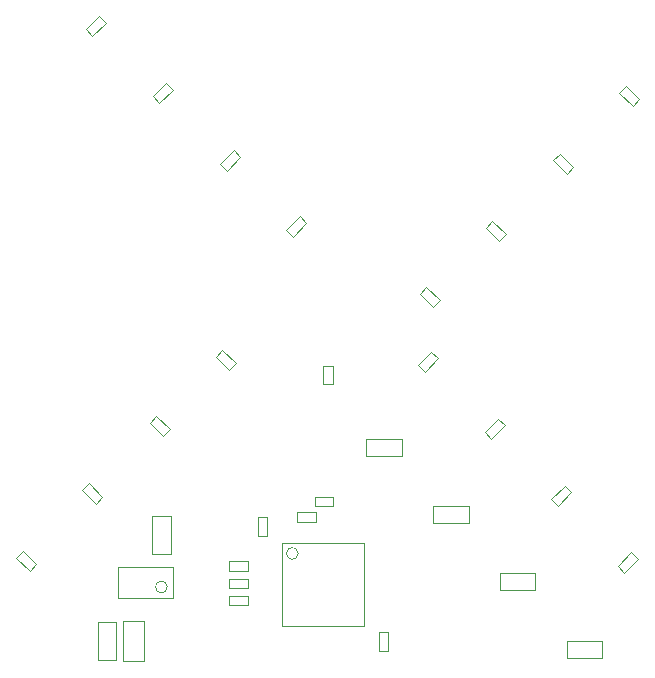
<source format=gbr>
%TF.GenerationSoftware,Altium Limited,Altium Designer,20.1.8 (145)*%
G04 Layer_Color=32768*
%FSLAX45Y45*%
%MOMM*%
%TF.SameCoordinates,793C4F5F-A07E-474B-A886-B682DA88F124*%
%TF.FilePolarity,Positive*%
%TF.FileFunction,Other,Bottom_Assembly*%
%TF.Part,Single*%
G01*
G75*
%TA.AperFunction,NonConductor*%
%ADD69C,0.10000*%
D69*
X-250640Y-1904080D02*
G03*
X-250640Y-1904080I-50000J0D01*
G01*
X-1359320Y-2187230D02*
G03*
X-1359320Y-2187230I-50000J0D01*
G01*
X1457254Y-2210479D02*
Y-2070479D01*
X1757254Y-2210479D02*
Y-2070479D01*
X1457254D02*
X1757254D01*
X1457254Y-2210479D02*
X1757254D01*
X2022939Y-2787800D02*
X2322939D01*
X2022939Y-2647800D02*
X2322939D01*
Y-2787800D02*
Y-2647800D01*
X2022939Y-2787800D02*
Y-2647800D01*
X-1484620Y-1904680D02*
Y-1584680D01*
X-1324620Y-1904680D02*
Y-1584680D01*
X-1484620D02*
X-1324620D01*
X-1484620Y-1904680D02*
X-1324620D01*
X309360Y-2514080D02*
Y-1814080D01*
X-390640Y-2514080D02*
Y-1814080D01*
Y-2514080D02*
X309360D01*
X-390640Y-1814080D02*
X309360D01*
X-2050348Y2532501D02*
X-1937211Y2645638D01*
X-2050348Y2532501D02*
X-1993779Y2475933D01*
X-1937211Y2645638D02*
X-1880642Y2589070D01*
X-1993779Y2475933D02*
X-1880642Y2589070D01*
X-2638018Y-1939751D02*
X-2524881Y-2052888D01*
X-2468313Y-1996319D01*
X-2638018Y-1939751D02*
X-2581450Y-1883182D01*
X-2468313Y-1996319D01*
X-1774320Y-2282230D02*
Y-2022230D01*
X-1314320Y-2282230D02*
Y-2022230D01*
X-1774320D02*
X-1314320D01*
X-1774320Y-2282230D02*
X-1314320D01*
X-351088Y835781D02*
X-237951Y948918D01*
X-351088Y835781D02*
X-294519Y779213D01*
X-237951Y948918D02*
X-181382Y892350D01*
X-294519Y779213D02*
X-181382Y892350D01*
X-909888Y1394581D02*
X-796751Y1507718D01*
X-909888Y1394581D02*
X-853319Y1338013D01*
X-796751Y1507718D02*
X-740182Y1451150D01*
X-853319Y1338013D02*
X-740182Y1451150D01*
X-1481388Y1966081D02*
X-1368251Y2079218D01*
X-1481388Y1966081D02*
X-1424819Y1909513D01*
X-1368251Y2079218D02*
X-1311682Y2022650D01*
X-1424819Y1909513D02*
X-1311682Y2022650D01*
X835781Y351088D02*
X948918Y237951D01*
X779213Y294519D02*
X835781Y351088D01*
X892350Y181382D02*
X948918Y237951D01*
X779213Y294519D02*
X892350Y181382D01*
X1394581Y909888D02*
X1507718Y796751D01*
X1338013Y853319D02*
X1394581Y909888D01*
X1451150Y740182D02*
X1507718Y796751D01*
X1338013Y853319D02*
X1451150Y740182D01*
X1966081Y1481388D02*
X2079218Y1368251D01*
X1909513Y1424819D02*
X1966081Y1481388D01*
X2022650Y1311682D02*
X2079218Y1368251D01*
X1909513Y1424819D02*
X2022650Y1311682D01*
X2524881Y2052888D02*
X2638018Y1939751D01*
X2468313Y1996319D02*
X2524881Y2052888D01*
X2581450Y1883182D02*
X2638018Y1939751D01*
X2468313Y1996319D02*
X2581450Y1883182D01*
X763972Y-309759D02*
X877109Y-196622D01*
X763972Y-309759D02*
X820541Y-366327D01*
X877109Y-196622D02*
X933678Y-253190D01*
X820541Y-366327D02*
X933678Y-253190D01*
X1327852Y-876179D02*
X1440989Y-763042D01*
X1327852Y-876179D02*
X1384421Y-932747D01*
X1440989Y-763042D02*
X1497558Y-819610D01*
X1384421Y-932747D02*
X1497558Y-819610D01*
X1891732Y-1442599D02*
X2004869Y-1329462D01*
X1891732Y-1442599D02*
X1948301Y-1499167D01*
X2004869Y-1329462D02*
X2061438Y-1386030D01*
X1948301Y-1499167D02*
X2061438Y-1386030D01*
X2455612Y-2009019D02*
X2568749Y-1895882D01*
X2455612Y-2009019D02*
X2512181Y-2065587D01*
X2568749Y-1895882D02*
X2625318Y-1952450D01*
X2512181Y-2065587D02*
X2625318Y-1952450D01*
X-948918Y-237951D02*
X-835781Y-351088D01*
X-779213Y-294519D01*
X-948918Y-237951D02*
X-892350Y-181382D01*
X-779213Y-294519D01*
X-1507718Y-796751D02*
X-1394581Y-909888D01*
X-1338013Y-853319D01*
X-1507718Y-796751D02*
X-1451150Y-740182D01*
X-1338013Y-853319D01*
X-2079218Y-1368251D02*
X-1966081Y-1481388D01*
X-1909513Y-1424819D01*
X-2079218Y-1368251D02*
X-2022650Y-1311682D01*
X-1909513Y-1424819D01*
X40000Y-472840D02*
Y-312840D01*
X-40000D02*
X40000D01*
X-40000Y-472840D02*
X40000D01*
X-40000D02*
Y-312840D01*
X-838190Y-2342510D02*
X-678190D01*
Y-2262510D01*
X-838190Y-2342510D02*
Y-2262510D01*
X-678190D01*
X-838190Y-2197110D02*
X-678190D01*
Y-2117110D01*
X-838190Y-2197110D02*
Y-2117110D01*
X-678190D01*
X-111640Y-1505580D02*
X48360D01*
Y-1425580D01*
X-111640Y-1505580D02*
Y-1425580D01*
X48360D01*
X-838190Y-1970410D02*
X-678190D01*
X-838190Y-2050410D02*
Y-1970410D01*
X-678190Y-2050410D02*
Y-1970410D01*
X-838190Y-2050410D02*
X-678190D01*
X-1949440Y-2806680D02*
Y-2486680D01*
X-1789440Y-2806680D02*
Y-2486680D01*
X-1949440D02*
X-1789440D01*
X-1949440Y-2806680D02*
X-1789440D01*
X511060Y-2729080D02*
Y-2569080D01*
X431060Y-2729080D02*
Y-2569080D01*
Y-2729080D02*
X511060D01*
X431060Y-2569080D02*
X511060D01*
X-591115Y-1757953D02*
Y-1597952D01*
X-511115Y-1757953D02*
Y-1597952D01*
X-591115D02*
X-511115D01*
X-591115Y-1757953D02*
X-511115D01*
X-256640Y-1635120D02*
X-96640D01*
X-256640Y-1555120D02*
X-96640D01*
X-256640Y-1635120D02*
Y-1555120D01*
X-96640Y-1635120D02*
Y-1555120D01*
X325883Y-1079088D02*
X625883D01*
X325883Y-939088D02*
X625883D01*
Y-1079088D02*
Y-939088D01*
X325883Y-1079088D02*
Y-939088D01*
X891568Y-1644800D02*
X1191568D01*
X891568Y-1504800D02*
X1191568D01*
Y-1644800D02*
Y-1504800D01*
X891568Y-1644800D02*
Y-1504800D01*
X-1735920Y-2816680D02*
X-1555920D01*
X-1735920Y-2476680D02*
X-1555920D01*
Y-2816680D02*
Y-2476680D01*
X-1735920Y-2816680D02*
Y-2476680D01*
%TF.MD5,170fb6cfdedc87b953bd31d84576f79f*%
M02*

</source>
